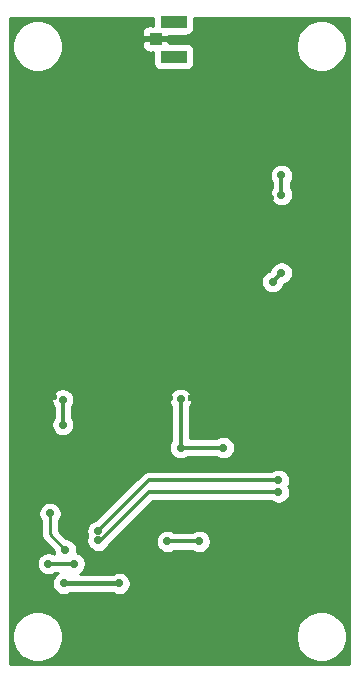
<source format=gbr>
G04 #@! TF.GenerationSoftware,KiCad,Pcbnew,(5.1.4)-1*
G04 #@! TF.CreationDate,2020-12-03T17:51:28+01:00*
G04 #@! TF.ProjectId,LoRa_Balloon,4c6f5261-5f42-4616-9c6c-6f6f6e2e6b69,2*
G04 #@! TF.SameCoordinates,Original*
G04 #@! TF.FileFunction,Copper,L2,Bot*
G04 #@! TF.FilePolarity,Positive*
%FSLAX46Y46*%
G04 Gerber Fmt 4.6, Leading zero omitted, Abs format (unit mm)*
G04 Created by KiCad (PCBNEW (5.1.4)-1) date 2020-12-03 17:51:28*
%MOMM*%
%LPD*%
G04 APERTURE LIST*
%ADD10C,0.600000*%
%ADD11R,1.050000X1.050000*%
%ADD12R,2.200000X1.050000*%
%ADD13C,0.700000*%
%ADD14C,0.400000*%
%ADD15C,0.300000*%
%ADD16C,0.250000*%
%ADD17C,0.254000*%
G04 APERTURE END LIST*
D10*
X212110000Y-145570000D03*
X212130000Y-142660000D03*
X209200000Y-145860000D03*
X207020000Y-147490000D03*
D11*
X198775000Y-105265000D03*
D12*
X200300000Y-103815000D03*
X200300000Y-106765000D03*
D10*
X206890620Y-154251660D03*
X202824080Y-154424380D03*
X203174600Y-125311320D03*
X199758300Y-138976100D03*
X195656200Y-139712700D03*
X203822300Y-113411000D03*
X205651100Y-113830100D03*
X193332100Y-133540500D03*
X193981700Y-155282900D03*
X198981700Y-155282900D03*
X200482200Y-154787600D03*
X192481200Y-154787600D03*
X189738000Y-153028220D03*
X207020000Y-149440000D03*
X195580000Y-148717000D03*
X197180200Y-148717000D03*
X204702840Y-122999000D03*
X204702840Y-122119000D03*
X203616560Y-118047080D03*
X203616560Y-117167080D03*
X205958440Y-133662420D03*
X209936080Y-133118860D03*
X210365340Y-130456940D03*
X206875380Y-130886200D03*
X207474820Y-128198880D03*
X204442060Y-127596900D03*
X210479640Y-128282700D03*
X208061560Y-112367060D03*
X210695540Y-112798860D03*
X209943700Y-115171220D03*
X211236560Y-117363240D03*
X210771740Y-121681240D03*
X210850480Y-124045980D03*
X192836800Y-122293380D03*
X190870840Y-121815860D03*
X190652400Y-116522500D03*
X192659000Y-117614700D03*
X193192400Y-113304320D03*
X193065400Y-120992900D03*
X192283080Y-114846100D03*
X191643000Y-119049800D03*
X191267080Y-112595660D03*
X200017380Y-135638540D03*
X201747120Y-135651240D03*
X202793600Y-135648700D03*
X206387700Y-135636000D03*
X205272640Y-135641080D03*
X207462120Y-135641080D03*
X208577180Y-135636000D03*
X210502500Y-135597900D03*
X211617560Y-135592820D03*
X212707220Y-135608060D03*
X212702140Y-134493000D03*
X212742780Y-127957580D03*
X212737700Y-131267200D03*
X212742780Y-130169920D03*
X212725000Y-132354320D03*
X212707220Y-133395720D03*
X212737700Y-129054860D03*
X209252820Y-109634020D03*
X212562440Y-109639100D03*
X211465160Y-109634020D03*
X212745320Y-126875540D03*
X210350100Y-109639100D03*
X213751160Y-109631480D03*
X212737700Y-125161040D03*
X212730080Y-123837700D03*
X203647040Y-109636560D03*
X202549760Y-109631480D03*
X200337420Y-109631480D03*
X201434700Y-109636560D03*
X204835760Y-109628940D03*
X205933040Y-109634020D03*
X207048100Y-109628940D03*
X208145380Y-109634020D03*
X212737700Y-117535960D03*
X212737700Y-122555000D03*
X212737700Y-119748300D03*
X212737700Y-121203720D03*
X212732620Y-118633240D03*
X212768180Y-113195100D03*
X212773260Y-112097820D03*
X212768180Y-115407440D03*
X212773260Y-114310160D03*
X212755480Y-116494560D03*
X196748400Y-134848600D03*
X195879720Y-135638540D03*
X190195200Y-135597900D03*
X189268100Y-135605520D03*
X189268100Y-133385560D03*
X189263020Y-134482840D03*
X189293500Y-113235740D03*
X189298580Y-112138460D03*
X189257940Y-128203960D03*
X189255400Y-125773180D03*
X189250320Y-124658120D03*
X189265560Y-127177800D03*
X189255400Y-123560840D03*
X189260480Y-120279160D03*
X189265560Y-119181880D03*
X189260480Y-122491500D03*
X189265560Y-121394220D03*
X189283340Y-114785140D03*
X189278260Y-115882420D03*
X189278260Y-118094760D03*
X189283340Y-116997480D03*
X189344300Y-109639100D03*
X190441580Y-109644180D03*
X191556640Y-109639100D03*
X192653920Y-109644180D03*
X193842640Y-109636560D03*
X194939920Y-109641640D03*
X196054980Y-109636560D03*
X199245220Y-109631480D03*
X197152260Y-109641640D03*
X197054870Y-130778270D03*
X195992370Y-130778270D03*
X197054870Y-128653270D03*
X195992370Y-129715770D03*
X195992370Y-128653270D03*
X197054870Y-129715770D03*
X198117370Y-128653270D03*
X198117370Y-129715770D03*
X198117370Y-130778270D03*
X199179870Y-130778270D03*
X199179870Y-129715770D03*
X199179870Y-128653270D03*
X199179870Y-127590770D03*
X198117370Y-127590770D03*
X197054870Y-127590770D03*
X195992370Y-127590770D03*
X198368920Y-124891800D03*
X198546720Y-123906280D03*
X199555100Y-123758960D03*
X200573640Y-123873260D03*
X201622660Y-123842780D03*
X204716380Y-124167900D03*
X206524860Y-123715780D03*
X207459580Y-123642120D03*
X207789780Y-122534680D03*
X207782160Y-121488200D03*
X207774540Y-120449340D03*
X208549240Y-119755920D03*
X208549240Y-118709440D03*
X207782160Y-118008400D03*
X207751680Y-116992400D03*
X203730860Y-115996720D03*
X200710800Y-115379500D03*
X199773540Y-114449860D03*
X201658220Y-116334540D03*
X200266300Y-116415820D03*
X198709280Y-118102380D03*
X199712580Y-118407180D03*
X199674480Y-119212360D03*
X201117200Y-118440200D03*
X202366880Y-119253000D03*
X203606400Y-119380000D03*
X204853540Y-119225060D03*
X206870300Y-116438680D03*
X205823820Y-118851680D03*
X205729840Y-119893080D03*
X205694280Y-120937020D03*
X204541120Y-120959880D03*
X203474320Y-120929400D03*
X202841860Y-121884440D03*
X201843640Y-121795540D03*
X200832720Y-121780300D03*
X200134220Y-121036080D03*
X199110600Y-121020840D03*
X197708520Y-121378980D03*
X198577200Y-121884440D03*
X197299580Y-122306080D03*
X197317360Y-120454420D03*
X197309740Y-119438420D03*
X197312280Y-118407180D03*
X197853300Y-117528340D03*
X197843140Y-116474240D03*
X197672960Y-115478560D03*
X194751960Y-122349260D03*
X195254880Y-121470420D03*
X195239640Y-120467120D03*
X194774820Y-119545100D03*
X194457320Y-118587520D03*
X194746880Y-117614700D03*
X194749420Y-116598700D03*
X194477640Y-115608100D03*
X194713860Y-114632740D03*
X195712080Y-114457480D03*
X196639180Y-114043460D03*
D13*
X200883520Y-139873140D03*
X195679060Y-151367440D03*
X190980060Y-151363680D03*
X204515720Y-139875260D03*
X200883520Y-135788400D03*
X208681320Y-125826520D03*
X189831389Y-145430240D03*
X191137540Y-148523960D03*
X190914020Y-135813800D03*
X190919100Y-137916920D03*
X209428080Y-125079760D03*
X209428080Y-118468140D03*
X209428080Y-116817140D03*
X202473560Y-147807680D03*
X199763380Y-147807680D03*
X193900000Y-146922340D03*
X209170000Y-142630000D03*
X193900000Y-147722340D03*
X209170000Y-143630000D03*
X189689740Y-149699980D03*
X191881760Y-149702520D03*
D14*
X190983820Y-151367440D02*
X190980060Y-151363680D01*
X195679060Y-151367440D02*
X190983820Y-151367440D01*
D15*
X200883520Y-135788400D02*
X200883520Y-139873140D01*
X203974700Y-139873140D02*
X204515720Y-139875260D01*
X200883520Y-139873140D02*
X203974700Y-139873140D01*
X190919100Y-137916920D02*
X190919100Y-135818880D01*
D16*
X190919100Y-135818880D02*
X190914020Y-135813800D01*
X189831389Y-147217809D02*
X191137540Y-148523960D01*
X189831389Y-145430240D02*
X189831389Y-147217809D01*
D15*
X208681320Y-125826520D02*
X209428080Y-125079760D01*
X209428080Y-118468140D02*
X209428080Y-116817140D01*
X202473560Y-147807680D02*
X199763380Y-147807680D01*
X198192340Y-142630000D02*
X193900000Y-146922340D01*
X209170000Y-142630000D02*
X198192340Y-142630000D01*
X208675026Y-143630000D02*
X209170000Y-143630000D01*
X198228342Y-143630000D02*
X208675026Y-143630000D01*
X194136002Y-147722340D02*
X198228342Y-143630000D01*
X193900000Y-147722340D02*
X194136002Y-147722340D01*
X189692280Y-149702520D02*
X189689740Y-149699980D01*
X191881760Y-149702520D02*
X189692280Y-149702520D01*
D17*
G36*
X198561928Y-104177678D02*
G01*
X198489250Y-104105000D01*
X198250000Y-104101928D01*
X198125518Y-104114188D01*
X198005820Y-104150498D01*
X197895506Y-104209463D01*
X197798815Y-104288815D01*
X197719463Y-104385506D01*
X197660498Y-104495820D01*
X197624188Y-104615518D01*
X197611928Y-104740000D01*
X197615000Y-104979250D01*
X197773750Y-105138000D01*
X198648000Y-105138000D01*
X198648000Y-105118000D01*
X198902000Y-105118000D01*
X198902000Y-105138000D01*
X199776250Y-105138000D01*
X199935000Y-104979250D01*
X199935015Y-104978072D01*
X201400000Y-104978072D01*
X201524482Y-104965812D01*
X201644180Y-104929502D01*
X201754494Y-104870537D01*
X201851185Y-104791185D01*
X201930537Y-104694494D01*
X201989502Y-104584180D01*
X202025812Y-104464482D01*
X202038072Y-104340000D01*
X202038072Y-103530800D01*
X215130400Y-103530800D01*
X215130401Y-158210800D01*
X186450400Y-158210800D01*
X186450400Y-155657123D01*
X186620897Y-155657123D01*
X186620897Y-156084477D01*
X186704270Y-156503621D01*
X186867812Y-156898445D01*
X187105237Y-157253777D01*
X187407423Y-157555963D01*
X187762755Y-157793388D01*
X188157579Y-157956930D01*
X188576723Y-158040303D01*
X189004077Y-158040303D01*
X189423221Y-157956930D01*
X189818045Y-157793388D01*
X190173377Y-157555963D01*
X190475563Y-157253777D01*
X190712988Y-156898445D01*
X190876530Y-156503621D01*
X190959903Y-156084477D01*
X190959903Y-155657123D01*
X210620897Y-155657123D01*
X210620897Y-156084477D01*
X210704270Y-156503621D01*
X210867812Y-156898445D01*
X211105237Y-157253777D01*
X211407423Y-157555963D01*
X211762755Y-157793388D01*
X212157579Y-157956930D01*
X212576723Y-158040303D01*
X213004077Y-158040303D01*
X213423221Y-157956930D01*
X213818045Y-157793388D01*
X214173377Y-157555963D01*
X214475563Y-157253777D01*
X214712988Y-156898445D01*
X214876530Y-156503621D01*
X214959903Y-156084477D01*
X214959903Y-155657123D01*
X214876530Y-155237979D01*
X214712988Y-154843155D01*
X214475563Y-154487823D01*
X214173377Y-154185637D01*
X213818045Y-153948212D01*
X213423221Y-153784670D01*
X213004077Y-153701297D01*
X212576723Y-153701297D01*
X212157579Y-153784670D01*
X211762755Y-153948212D01*
X211407423Y-154185637D01*
X211105237Y-154487823D01*
X210867812Y-154843155D01*
X210704270Y-155237979D01*
X210620897Y-155657123D01*
X190959903Y-155657123D01*
X190876530Y-155237979D01*
X190712988Y-154843155D01*
X190475563Y-154487823D01*
X190173377Y-154185637D01*
X189818045Y-153948212D01*
X189423221Y-153784670D01*
X189004077Y-153701297D01*
X188576723Y-153701297D01*
X188157579Y-153784670D01*
X187762755Y-153948212D01*
X187407423Y-154185637D01*
X187105237Y-154487823D01*
X186867812Y-154843155D01*
X186704270Y-155237979D01*
X186620897Y-155657123D01*
X186450400Y-155657123D01*
X186450400Y-149602966D01*
X188704740Y-149602966D01*
X188704740Y-149796994D01*
X188742593Y-149987294D01*
X188816844Y-150166552D01*
X188924641Y-150327881D01*
X189061839Y-150465079D01*
X189223168Y-150572876D01*
X189402426Y-150647127D01*
X189592726Y-150684980D01*
X189786754Y-150684980D01*
X189977054Y-150647127D01*
X190156312Y-150572876D01*
X190284056Y-150487520D01*
X190521368Y-150487520D01*
X190513488Y-150490784D01*
X190352159Y-150598581D01*
X190214961Y-150735779D01*
X190107164Y-150897108D01*
X190032913Y-151076366D01*
X189995060Y-151266666D01*
X189995060Y-151460694D01*
X190032913Y-151650994D01*
X190107164Y-151830252D01*
X190214961Y-151991581D01*
X190352159Y-152128779D01*
X190513488Y-152236576D01*
X190692746Y-152310827D01*
X190883046Y-152348680D01*
X191077074Y-152348680D01*
X191267374Y-152310827D01*
X191446632Y-152236576D01*
X191497720Y-152202440D01*
X195155773Y-152202440D01*
X195212488Y-152240336D01*
X195391746Y-152314587D01*
X195582046Y-152352440D01*
X195776074Y-152352440D01*
X195966374Y-152314587D01*
X196145632Y-152240336D01*
X196306961Y-152132539D01*
X196444159Y-151995341D01*
X196551956Y-151834012D01*
X196626207Y-151654754D01*
X196664060Y-151464454D01*
X196664060Y-151270426D01*
X196626207Y-151080126D01*
X196551956Y-150900868D01*
X196444159Y-150739539D01*
X196306961Y-150602341D01*
X196145632Y-150494544D01*
X195966374Y-150420293D01*
X195776074Y-150382440D01*
X195582046Y-150382440D01*
X195391746Y-150420293D01*
X195212488Y-150494544D01*
X195155773Y-150532440D01*
X192412650Y-150532440D01*
X192509661Y-150467619D01*
X192646859Y-150330421D01*
X192754656Y-150169092D01*
X192828907Y-149989834D01*
X192866760Y-149799534D01*
X192866760Y-149605506D01*
X192828907Y-149415206D01*
X192754656Y-149235948D01*
X192646859Y-149074619D01*
X192509661Y-148937421D01*
X192348332Y-148829624D01*
X192169074Y-148755373D01*
X192098595Y-148741354D01*
X192122540Y-148620974D01*
X192122540Y-148426946D01*
X192084687Y-148236646D01*
X192010436Y-148057388D01*
X191902639Y-147896059D01*
X191765441Y-147758861D01*
X191604112Y-147651064D01*
X191424854Y-147576813D01*
X191234554Y-147538960D01*
X191227342Y-147538960D01*
X190591389Y-146903008D01*
X190591389Y-146825326D01*
X192915000Y-146825326D01*
X192915000Y-147019354D01*
X192952853Y-147209654D01*
X192999529Y-147322340D01*
X192952853Y-147435026D01*
X192915000Y-147625326D01*
X192915000Y-147819354D01*
X192952853Y-148009654D01*
X193027104Y-148188912D01*
X193134901Y-148350241D01*
X193272099Y-148487439D01*
X193433428Y-148595236D01*
X193612686Y-148669487D01*
X193802986Y-148707340D01*
X193997014Y-148707340D01*
X194187314Y-148669487D01*
X194366572Y-148595236D01*
X194527901Y-148487439D01*
X194665099Y-148350241D01*
X194759422Y-148209077D01*
X195257833Y-147710666D01*
X198778380Y-147710666D01*
X198778380Y-147904694D01*
X198816233Y-148094994D01*
X198890484Y-148274252D01*
X198998281Y-148435581D01*
X199135479Y-148572779D01*
X199296808Y-148680576D01*
X199476066Y-148754827D01*
X199666366Y-148792680D01*
X199860394Y-148792680D01*
X200050694Y-148754827D01*
X200229952Y-148680576D01*
X200361497Y-148592680D01*
X201875443Y-148592680D01*
X202006988Y-148680576D01*
X202186246Y-148754827D01*
X202376546Y-148792680D01*
X202570574Y-148792680D01*
X202760874Y-148754827D01*
X202940132Y-148680576D01*
X203101461Y-148572779D01*
X203238659Y-148435581D01*
X203346456Y-148274252D01*
X203420707Y-148094994D01*
X203458560Y-147904694D01*
X203458560Y-147710666D01*
X203420707Y-147520366D01*
X203346456Y-147341108D01*
X203238659Y-147179779D01*
X203101461Y-147042581D01*
X202940132Y-146934784D01*
X202760874Y-146860533D01*
X202570574Y-146822680D01*
X202376546Y-146822680D01*
X202186246Y-146860533D01*
X202006988Y-146934784D01*
X201875443Y-147022680D01*
X200361497Y-147022680D01*
X200229952Y-146934784D01*
X200050694Y-146860533D01*
X199860394Y-146822680D01*
X199666366Y-146822680D01*
X199476066Y-146860533D01*
X199296808Y-146934784D01*
X199135479Y-147042581D01*
X198998281Y-147179779D01*
X198890484Y-147341108D01*
X198816233Y-147520366D01*
X198778380Y-147710666D01*
X195257833Y-147710666D01*
X198553499Y-144415000D01*
X208571883Y-144415000D01*
X208703428Y-144502896D01*
X208882686Y-144577147D01*
X209072986Y-144615000D01*
X209267014Y-144615000D01*
X209457314Y-144577147D01*
X209636572Y-144502896D01*
X209797901Y-144395099D01*
X209935099Y-144257901D01*
X210042896Y-144096572D01*
X210117147Y-143917314D01*
X210155000Y-143727014D01*
X210155000Y-143532986D01*
X210117147Y-143342686D01*
X210042896Y-143163428D01*
X210020560Y-143130000D01*
X210042896Y-143096572D01*
X210117147Y-142917314D01*
X210155000Y-142727014D01*
X210155000Y-142532986D01*
X210117147Y-142342686D01*
X210042896Y-142163428D01*
X209935099Y-142002099D01*
X209797901Y-141864901D01*
X209636572Y-141757104D01*
X209457314Y-141682853D01*
X209267014Y-141645000D01*
X209072986Y-141645000D01*
X208882686Y-141682853D01*
X208703428Y-141757104D01*
X208571883Y-141845000D01*
X198230892Y-141845000D01*
X198192339Y-141841203D01*
X198153786Y-141845000D01*
X198153779Y-141845000D01*
X198052830Y-141854943D01*
X198038452Y-141856359D01*
X198010294Y-141864901D01*
X197890480Y-141901246D01*
X197754107Y-141974138D01*
X197720037Y-142002099D01*
X197664527Y-142047655D01*
X197664524Y-142047658D01*
X197634576Y-142072236D01*
X197609998Y-142102184D01*
X193767855Y-145944328D01*
X193612686Y-145975193D01*
X193433428Y-146049444D01*
X193272099Y-146157241D01*
X193134901Y-146294439D01*
X193027104Y-146455768D01*
X192952853Y-146635026D01*
X192915000Y-146825326D01*
X190591389Y-146825326D01*
X190591389Y-146063240D01*
X190596488Y-146058141D01*
X190704285Y-145896812D01*
X190778536Y-145717554D01*
X190816389Y-145527254D01*
X190816389Y-145333226D01*
X190778536Y-145142926D01*
X190704285Y-144963668D01*
X190596488Y-144802339D01*
X190459290Y-144665141D01*
X190297961Y-144557344D01*
X190118703Y-144483093D01*
X189928403Y-144445240D01*
X189734375Y-144445240D01*
X189544075Y-144483093D01*
X189364817Y-144557344D01*
X189203488Y-144665141D01*
X189066290Y-144802339D01*
X188958493Y-144963668D01*
X188884242Y-145142926D01*
X188846389Y-145333226D01*
X188846389Y-145527254D01*
X188884242Y-145717554D01*
X188958493Y-145896812D01*
X189066290Y-146058141D01*
X189071389Y-146063240D01*
X189071390Y-147180477D01*
X189067713Y-147217809D01*
X189071390Y-147255142D01*
X189082387Y-147366795D01*
X189089096Y-147388912D01*
X189125843Y-147510055D01*
X189196415Y-147642085D01*
X189267590Y-147728811D01*
X189291389Y-147757810D01*
X189320387Y-147781608D01*
X190152540Y-148613762D01*
X190152540Y-148620974D01*
X190190393Y-148811274D01*
X190212490Y-148864621D01*
X190156312Y-148827084D01*
X189977054Y-148752833D01*
X189786754Y-148714980D01*
X189592726Y-148714980D01*
X189402426Y-148752833D01*
X189223168Y-148827084D01*
X189061839Y-148934881D01*
X188924641Y-149072079D01*
X188816844Y-149233408D01*
X188742593Y-149412666D01*
X188704740Y-149602966D01*
X186450400Y-149602966D01*
X186450400Y-135716786D01*
X189929020Y-135716786D01*
X189929020Y-135910814D01*
X189966873Y-136101114D01*
X190041124Y-136280372D01*
X190134101Y-136419521D01*
X190134100Y-137318802D01*
X190046204Y-137450348D01*
X189971953Y-137629606D01*
X189934100Y-137819906D01*
X189934100Y-138013934D01*
X189971953Y-138204234D01*
X190046204Y-138383492D01*
X190154001Y-138544821D01*
X190291199Y-138682019D01*
X190452528Y-138789816D01*
X190631786Y-138864067D01*
X190822086Y-138901920D01*
X191016114Y-138901920D01*
X191206414Y-138864067D01*
X191385672Y-138789816D01*
X191547001Y-138682019D01*
X191684199Y-138544821D01*
X191791996Y-138383492D01*
X191866247Y-138204234D01*
X191904100Y-138013934D01*
X191904100Y-137819906D01*
X191866247Y-137629606D01*
X191791996Y-137450348D01*
X191704100Y-137318803D01*
X191704100Y-136404314D01*
X191786916Y-136280372D01*
X191861167Y-136101114D01*
X191899020Y-135910814D01*
X191899020Y-135716786D01*
X191893968Y-135691386D01*
X199898520Y-135691386D01*
X199898520Y-135885414D01*
X199936373Y-136075714D01*
X200010624Y-136254972D01*
X200098520Y-136386517D01*
X200098521Y-139275022D01*
X200010624Y-139406568D01*
X199936373Y-139585826D01*
X199898520Y-139776126D01*
X199898520Y-139970154D01*
X199936373Y-140160454D01*
X200010624Y-140339712D01*
X200118421Y-140501041D01*
X200255619Y-140638239D01*
X200416948Y-140746036D01*
X200596206Y-140820287D01*
X200786506Y-140858140D01*
X200980534Y-140858140D01*
X201170834Y-140820287D01*
X201350092Y-140746036D01*
X201481637Y-140658140D01*
X203914430Y-140658140D01*
X204049148Y-140748156D01*
X204228406Y-140822407D01*
X204418706Y-140860260D01*
X204612734Y-140860260D01*
X204803034Y-140822407D01*
X204982292Y-140748156D01*
X205143621Y-140640359D01*
X205280819Y-140503161D01*
X205388616Y-140341832D01*
X205462867Y-140162574D01*
X205500720Y-139972274D01*
X205500720Y-139778246D01*
X205462867Y-139587946D01*
X205388616Y-139408688D01*
X205280819Y-139247359D01*
X205143621Y-139110161D01*
X204982292Y-139002364D01*
X204803034Y-138928113D01*
X204612734Y-138890260D01*
X204418706Y-138890260D01*
X204228406Y-138928113D01*
X204049148Y-139002364D01*
X203920776Y-139088140D01*
X201668520Y-139088140D01*
X201668520Y-136386517D01*
X201756416Y-136254972D01*
X201830667Y-136075714D01*
X201868520Y-135885414D01*
X201868520Y-135691386D01*
X201830667Y-135501086D01*
X201756416Y-135321828D01*
X201648619Y-135160499D01*
X201511421Y-135023301D01*
X201350092Y-134915504D01*
X201170834Y-134841253D01*
X200980534Y-134803400D01*
X200786506Y-134803400D01*
X200596206Y-134841253D01*
X200416948Y-134915504D01*
X200255619Y-135023301D01*
X200118421Y-135160499D01*
X200010624Y-135321828D01*
X199936373Y-135501086D01*
X199898520Y-135691386D01*
X191893968Y-135691386D01*
X191861167Y-135526486D01*
X191786916Y-135347228D01*
X191679119Y-135185899D01*
X191541921Y-135048701D01*
X191380592Y-134940904D01*
X191201334Y-134866653D01*
X191011034Y-134828800D01*
X190817006Y-134828800D01*
X190626706Y-134866653D01*
X190447448Y-134940904D01*
X190286119Y-135048701D01*
X190148921Y-135185899D01*
X190041124Y-135347228D01*
X189966873Y-135526486D01*
X189929020Y-135716786D01*
X186450400Y-135716786D01*
X186450400Y-125729506D01*
X207696320Y-125729506D01*
X207696320Y-125923534D01*
X207734173Y-126113834D01*
X207808424Y-126293092D01*
X207916221Y-126454421D01*
X208053419Y-126591619D01*
X208214748Y-126699416D01*
X208394006Y-126773667D01*
X208584306Y-126811520D01*
X208778334Y-126811520D01*
X208968634Y-126773667D01*
X209147892Y-126699416D01*
X209309221Y-126591619D01*
X209446419Y-126454421D01*
X209554216Y-126293092D01*
X209628467Y-126113834D01*
X209642889Y-126041329D01*
X209715394Y-126026907D01*
X209894652Y-125952656D01*
X210055981Y-125844859D01*
X210193179Y-125707661D01*
X210300976Y-125546332D01*
X210375227Y-125367074D01*
X210413080Y-125176774D01*
X210413080Y-124982746D01*
X210375227Y-124792446D01*
X210300976Y-124613188D01*
X210193179Y-124451859D01*
X210055981Y-124314661D01*
X209894652Y-124206864D01*
X209715394Y-124132613D01*
X209525094Y-124094760D01*
X209331066Y-124094760D01*
X209140766Y-124132613D01*
X208961508Y-124206864D01*
X208800179Y-124314661D01*
X208662981Y-124451859D01*
X208555184Y-124613188D01*
X208480933Y-124792446D01*
X208466511Y-124864951D01*
X208394006Y-124879373D01*
X208214748Y-124953624D01*
X208053419Y-125061421D01*
X207916221Y-125198619D01*
X207808424Y-125359948D01*
X207734173Y-125539206D01*
X207696320Y-125729506D01*
X186450400Y-125729506D01*
X186450400Y-116720126D01*
X208443080Y-116720126D01*
X208443080Y-116914154D01*
X208480933Y-117104454D01*
X208555184Y-117283712D01*
X208643081Y-117415258D01*
X208643080Y-117870022D01*
X208555184Y-118001568D01*
X208480933Y-118180826D01*
X208443080Y-118371126D01*
X208443080Y-118565154D01*
X208480933Y-118755454D01*
X208555184Y-118934712D01*
X208662981Y-119096041D01*
X208800179Y-119233239D01*
X208961508Y-119341036D01*
X209140766Y-119415287D01*
X209331066Y-119453140D01*
X209525094Y-119453140D01*
X209715394Y-119415287D01*
X209894652Y-119341036D01*
X210055981Y-119233239D01*
X210193179Y-119096041D01*
X210300976Y-118934712D01*
X210375227Y-118755454D01*
X210413080Y-118565154D01*
X210413080Y-118371126D01*
X210375227Y-118180826D01*
X210300976Y-118001568D01*
X210213080Y-117870023D01*
X210213080Y-117415257D01*
X210300976Y-117283712D01*
X210375227Y-117104454D01*
X210413080Y-116914154D01*
X210413080Y-116720126D01*
X210375227Y-116529826D01*
X210300976Y-116350568D01*
X210193179Y-116189239D01*
X210055981Y-116052041D01*
X209894652Y-115944244D01*
X209715394Y-115869993D01*
X209525094Y-115832140D01*
X209331066Y-115832140D01*
X209140766Y-115869993D01*
X208961508Y-115944244D01*
X208800179Y-116052041D01*
X208662981Y-116189239D01*
X208555184Y-116350568D01*
X208480933Y-116529826D01*
X208443080Y-116720126D01*
X186450400Y-116720126D01*
X186450400Y-105657123D01*
X186620897Y-105657123D01*
X186620897Y-106084477D01*
X186704270Y-106503621D01*
X186867812Y-106898445D01*
X187105237Y-107253777D01*
X187407423Y-107555963D01*
X187762755Y-107793388D01*
X188157579Y-107956930D01*
X188576723Y-108040303D01*
X189004077Y-108040303D01*
X189423221Y-107956930D01*
X189818045Y-107793388D01*
X190173377Y-107555963D01*
X190475563Y-107253777D01*
X190712988Y-106898445D01*
X190876530Y-106503621D01*
X190959903Y-106084477D01*
X190959903Y-105790000D01*
X197611928Y-105790000D01*
X197624188Y-105914482D01*
X197660498Y-106034180D01*
X197719463Y-106144494D01*
X197798815Y-106241185D01*
X197895506Y-106320537D01*
X198005820Y-106379502D01*
X198125518Y-106415812D01*
X198250000Y-106428072D01*
X198489250Y-106425000D01*
X198561928Y-106352322D01*
X198561928Y-107290000D01*
X198574188Y-107414482D01*
X198610498Y-107534180D01*
X198669463Y-107644494D01*
X198748815Y-107741185D01*
X198845506Y-107820537D01*
X198955820Y-107879502D01*
X199075518Y-107915812D01*
X199200000Y-107928072D01*
X201400000Y-107928072D01*
X201524482Y-107915812D01*
X201644180Y-107879502D01*
X201754494Y-107820537D01*
X201851185Y-107741185D01*
X201930537Y-107644494D01*
X201989502Y-107534180D01*
X202025812Y-107414482D01*
X202038072Y-107290000D01*
X202038072Y-106240000D01*
X202025812Y-106115518D01*
X201989502Y-105995820D01*
X201930537Y-105885506D01*
X201851185Y-105788815D01*
X201754494Y-105709463D01*
X201656575Y-105657123D01*
X210620897Y-105657123D01*
X210620897Y-106084477D01*
X210704270Y-106503621D01*
X210867812Y-106898445D01*
X211105237Y-107253777D01*
X211407423Y-107555963D01*
X211762755Y-107793388D01*
X212157579Y-107956930D01*
X212576723Y-108040303D01*
X213004077Y-108040303D01*
X213423221Y-107956930D01*
X213818045Y-107793388D01*
X214173377Y-107555963D01*
X214475563Y-107253777D01*
X214712988Y-106898445D01*
X214876530Y-106503621D01*
X214959903Y-106084477D01*
X214959903Y-105657123D01*
X214876530Y-105237979D01*
X214712988Y-104843155D01*
X214475563Y-104487823D01*
X214173377Y-104185637D01*
X213818045Y-103948212D01*
X213423221Y-103784670D01*
X213004077Y-103701297D01*
X212576723Y-103701297D01*
X212157579Y-103784670D01*
X211762755Y-103948212D01*
X211407423Y-104185637D01*
X211105237Y-104487823D01*
X210867812Y-104843155D01*
X210704270Y-105237979D01*
X210620897Y-105657123D01*
X201656575Y-105657123D01*
X201644180Y-105650498D01*
X201524482Y-105614188D01*
X201400000Y-105601928D01*
X199935657Y-105601928D01*
X199935000Y-105550750D01*
X199776250Y-105392000D01*
X198902000Y-105392000D01*
X198902000Y-105412000D01*
X198648000Y-105412000D01*
X198648000Y-105392000D01*
X197773750Y-105392000D01*
X197615000Y-105550750D01*
X197611928Y-105790000D01*
X190959903Y-105790000D01*
X190959903Y-105657123D01*
X190876530Y-105237979D01*
X190712988Y-104843155D01*
X190475563Y-104487823D01*
X190173377Y-104185637D01*
X189818045Y-103948212D01*
X189423221Y-103784670D01*
X189004077Y-103701297D01*
X188576723Y-103701297D01*
X188157579Y-103784670D01*
X187762755Y-103948212D01*
X187407423Y-104185637D01*
X187105237Y-104487823D01*
X186867812Y-104843155D01*
X186704270Y-105237979D01*
X186620897Y-105657123D01*
X186450400Y-105657123D01*
X186450400Y-103530800D01*
X198561928Y-103530800D01*
X198561928Y-104177678D01*
X198561928Y-104177678D01*
G37*
X198561928Y-104177678D02*
X198489250Y-104105000D01*
X198250000Y-104101928D01*
X198125518Y-104114188D01*
X198005820Y-104150498D01*
X197895506Y-104209463D01*
X197798815Y-104288815D01*
X197719463Y-104385506D01*
X197660498Y-104495820D01*
X197624188Y-104615518D01*
X197611928Y-104740000D01*
X197615000Y-104979250D01*
X197773750Y-105138000D01*
X198648000Y-105138000D01*
X198648000Y-105118000D01*
X198902000Y-105118000D01*
X198902000Y-105138000D01*
X199776250Y-105138000D01*
X199935000Y-104979250D01*
X199935015Y-104978072D01*
X201400000Y-104978072D01*
X201524482Y-104965812D01*
X201644180Y-104929502D01*
X201754494Y-104870537D01*
X201851185Y-104791185D01*
X201930537Y-104694494D01*
X201989502Y-104584180D01*
X202025812Y-104464482D01*
X202038072Y-104340000D01*
X202038072Y-103530800D01*
X215130400Y-103530800D01*
X215130401Y-158210800D01*
X186450400Y-158210800D01*
X186450400Y-155657123D01*
X186620897Y-155657123D01*
X186620897Y-156084477D01*
X186704270Y-156503621D01*
X186867812Y-156898445D01*
X187105237Y-157253777D01*
X187407423Y-157555963D01*
X187762755Y-157793388D01*
X188157579Y-157956930D01*
X188576723Y-158040303D01*
X189004077Y-158040303D01*
X189423221Y-157956930D01*
X189818045Y-157793388D01*
X190173377Y-157555963D01*
X190475563Y-157253777D01*
X190712988Y-156898445D01*
X190876530Y-156503621D01*
X190959903Y-156084477D01*
X190959903Y-155657123D01*
X210620897Y-155657123D01*
X210620897Y-156084477D01*
X210704270Y-156503621D01*
X210867812Y-156898445D01*
X211105237Y-157253777D01*
X211407423Y-157555963D01*
X211762755Y-157793388D01*
X212157579Y-157956930D01*
X212576723Y-158040303D01*
X213004077Y-158040303D01*
X213423221Y-157956930D01*
X213818045Y-157793388D01*
X214173377Y-157555963D01*
X214475563Y-157253777D01*
X214712988Y-156898445D01*
X214876530Y-156503621D01*
X214959903Y-156084477D01*
X214959903Y-155657123D01*
X214876530Y-155237979D01*
X214712988Y-154843155D01*
X214475563Y-154487823D01*
X214173377Y-154185637D01*
X213818045Y-153948212D01*
X213423221Y-153784670D01*
X213004077Y-153701297D01*
X212576723Y-153701297D01*
X212157579Y-153784670D01*
X211762755Y-153948212D01*
X211407423Y-154185637D01*
X211105237Y-154487823D01*
X210867812Y-154843155D01*
X210704270Y-155237979D01*
X210620897Y-155657123D01*
X190959903Y-155657123D01*
X190876530Y-155237979D01*
X190712988Y-154843155D01*
X190475563Y-154487823D01*
X190173377Y-154185637D01*
X189818045Y-153948212D01*
X189423221Y-153784670D01*
X189004077Y-153701297D01*
X188576723Y-153701297D01*
X188157579Y-153784670D01*
X187762755Y-153948212D01*
X187407423Y-154185637D01*
X187105237Y-154487823D01*
X186867812Y-154843155D01*
X186704270Y-155237979D01*
X186620897Y-155657123D01*
X186450400Y-155657123D01*
X186450400Y-149602966D01*
X188704740Y-149602966D01*
X188704740Y-149796994D01*
X188742593Y-149987294D01*
X188816844Y-150166552D01*
X188924641Y-150327881D01*
X189061839Y-150465079D01*
X189223168Y-150572876D01*
X189402426Y-150647127D01*
X189592726Y-150684980D01*
X189786754Y-150684980D01*
X189977054Y-150647127D01*
X190156312Y-150572876D01*
X190284056Y-150487520D01*
X190521368Y-150487520D01*
X190513488Y-150490784D01*
X190352159Y-150598581D01*
X190214961Y-150735779D01*
X190107164Y-150897108D01*
X190032913Y-151076366D01*
X189995060Y-151266666D01*
X189995060Y-151460694D01*
X190032913Y-151650994D01*
X190107164Y-151830252D01*
X190214961Y-151991581D01*
X190352159Y-152128779D01*
X190513488Y-152236576D01*
X190692746Y-152310827D01*
X190883046Y-152348680D01*
X191077074Y-152348680D01*
X191267374Y-152310827D01*
X191446632Y-152236576D01*
X191497720Y-152202440D01*
X195155773Y-152202440D01*
X195212488Y-152240336D01*
X195391746Y-152314587D01*
X195582046Y-152352440D01*
X195776074Y-152352440D01*
X195966374Y-152314587D01*
X196145632Y-152240336D01*
X196306961Y-152132539D01*
X196444159Y-151995341D01*
X196551956Y-151834012D01*
X196626207Y-151654754D01*
X196664060Y-151464454D01*
X196664060Y-151270426D01*
X196626207Y-151080126D01*
X196551956Y-150900868D01*
X196444159Y-150739539D01*
X196306961Y-150602341D01*
X196145632Y-150494544D01*
X195966374Y-150420293D01*
X195776074Y-150382440D01*
X195582046Y-150382440D01*
X195391746Y-150420293D01*
X195212488Y-150494544D01*
X195155773Y-150532440D01*
X192412650Y-150532440D01*
X192509661Y-150467619D01*
X192646859Y-150330421D01*
X192754656Y-150169092D01*
X192828907Y-149989834D01*
X192866760Y-149799534D01*
X192866760Y-149605506D01*
X192828907Y-149415206D01*
X192754656Y-149235948D01*
X192646859Y-149074619D01*
X192509661Y-148937421D01*
X192348332Y-148829624D01*
X192169074Y-148755373D01*
X192098595Y-148741354D01*
X192122540Y-148620974D01*
X192122540Y-148426946D01*
X192084687Y-148236646D01*
X192010436Y-148057388D01*
X191902639Y-147896059D01*
X191765441Y-147758861D01*
X191604112Y-147651064D01*
X191424854Y-147576813D01*
X191234554Y-147538960D01*
X191227342Y-147538960D01*
X190591389Y-146903008D01*
X190591389Y-146825326D01*
X192915000Y-146825326D01*
X192915000Y-147019354D01*
X192952853Y-147209654D01*
X192999529Y-147322340D01*
X192952853Y-147435026D01*
X192915000Y-147625326D01*
X192915000Y-147819354D01*
X192952853Y-148009654D01*
X193027104Y-148188912D01*
X193134901Y-148350241D01*
X193272099Y-148487439D01*
X193433428Y-148595236D01*
X193612686Y-148669487D01*
X193802986Y-148707340D01*
X193997014Y-148707340D01*
X194187314Y-148669487D01*
X194366572Y-148595236D01*
X194527901Y-148487439D01*
X194665099Y-148350241D01*
X194759422Y-148209077D01*
X195257833Y-147710666D01*
X198778380Y-147710666D01*
X198778380Y-147904694D01*
X198816233Y-148094994D01*
X198890484Y-148274252D01*
X198998281Y-148435581D01*
X199135479Y-148572779D01*
X199296808Y-148680576D01*
X199476066Y-148754827D01*
X199666366Y-148792680D01*
X199860394Y-148792680D01*
X200050694Y-148754827D01*
X200229952Y-148680576D01*
X200361497Y-148592680D01*
X201875443Y-148592680D01*
X202006988Y-148680576D01*
X202186246Y-148754827D01*
X202376546Y-148792680D01*
X202570574Y-148792680D01*
X202760874Y-148754827D01*
X202940132Y-148680576D01*
X203101461Y-148572779D01*
X203238659Y-148435581D01*
X203346456Y-148274252D01*
X203420707Y-148094994D01*
X203458560Y-147904694D01*
X203458560Y-147710666D01*
X203420707Y-147520366D01*
X203346456Y-147341108D01*
X203238659Y-147179779D01*
X203101461Y-147042581D01*
X202940132Y-146934784D01*
X202760874Y-146860533D01*
X202570574Y-146822680D01*
X202376546Y-146822680D01*
X202186246Y-146860533D01*
X202006988Y-146934784D01*
X201875443Y-147022680D01*
X200361497Y-147022680D01*
X200229952Y-146934784D01*
X200050694Y-146860533D01*
X199860394Y-146822680D01*
X199666366Y-146822680D01*
X199476066Y-146860533D01*
X199296808Y-146934784D01*
X199135479Y-147042581D01*
X198998281Y-147179779D01*
X198890484Y-147341108D01*
X198816233Y-147520366D01*
X198778380Y-147710666D01*
X195257833Y-147710666D01*
X198553499Y-144415000D01*
X208571883Y-144415000D01*
X208703428Y-144502896D01*
X208882686Y-144577147D01*
X209072986Y-144615000D01*
X209267014Y-144615000D01*
X209457314Y-144577147D01*
X209636572Y-144502896D01*
X209797901Y-144395099D01*
X209935099Y-144257901D01*
X210042896Y-144096572D01*
X210117147Y-143917314D01*
X210155000Y-143727014D01*
X210155000Y-143532986D01*
X210117147Y-143342686D01*
X210042896Y-143163428D01*
X210020560Y-143130000D01*
X210042896Y-143096572D01*
X210117147Y-142917314D01*
X210155000Y-142727014D01*
X210155000Y-142532986D01*
X210117147Y-142342686D01*
X210042896Y-142163428D01*
X209935099Y-142002099D01*
X209797901Y-141864901D01*
X209636572Y-141757104D01*
X209457314Y-141682853D01*
X209267014Y-141645000D01*
X209072986Y-141645000D01*
X208882686Y-141682853D01*
X208703428Y-141757104D01*
X208571883Y-141845000D01*
X198230892Y-141845000D01*
X198192339Y-141841203D01*
X198153786Y-141845000D01*
X198153779Y-141845000D01*
X198052830Y-141854943D01*
X198038452Y-141856359D01*
X198010294Y-141864901D01*
X197890480Y-141901246D01*
X197754107Y-141974138D01*
X197720037Y-142002099D01*
X197664527Y-142047655D01*
X197664524Y-142047658D01*
X197634576Y-142072236D01*
X197609998Y-142102184D01*
X193767855Y-145944328D01*
X193612686Y-145975193D01*
X193433428Y-146049444D01*
X193272099Y-146157241D01*
X193134901Y-146294439D01*
X193027104Y-146455768D01*
X192952853Y-146635026D01*
X192915000Y-146825326D01*
X190591389Y-146825326D01*
X190591389Y-146063240D01*
X190596488Y-146058141D01*
X190704285Y-145896812D01*
X190778536Y-145717554D01*
X190816389Y-145527254D01*
X190816389Y-145333226D01*
X190778536Y-145142926D01*
X190704285Y-144963668D01*
X190596488Y-144802339D01*
X190459290Y-144665141D01*
X190297961Y-144557344D01*
X190118703Y-144483093D01*
X189928403Y-144445240D01*
X189734375Y-144445240D01*
X189544075Y-144483093D01*
X189364817Y-144557344D01*
X189203488Y-144665141D01*
X189066290Y-144802339D01*
X188958493Y-144963668D01*
X188884242Y-145142926D01*
X188846389Y-145333226D01*
X188846389Y-145527254D01*
X188884242Y-145717554D01*
X188958493Y-145896812D01*
X189066290Y-146058141D01*
X189071389Y-146063240D01*
X189071390Y-147180477D01*
X189067713Y-147217809D01*
X189071390Y-147255142D01*
X189082387Y-147366795D01*
X189089096Y-147388912D01*
X189125843Y-147510055D01*
X189196415Y-147642085D01*
X189267590Y-147728811D01*
X189291389Y-147757810D01*
X189320387Y-147781608D01*
X190152540Y-148613762D01*
X190152540Y-148620974D01*
X190190393Y-148811274D01*
X190212490Y-148864621D01*
X190156312Y-148827084D01*
X189977054Y-148752833D01*
X189786754Y-148714980D01*
X189592726Y-148714980D01*
X189402426Y-148752833D01*
X189223168Y-148827084D01*
X189061839Y-148934881D01*
X188924641Y-149072079D01*
X188816844Y-149233408D01*
X188742593Y-149412666D01*
X188704740Y-149602966D01*
X186450400Y-149602966D01*
X186450400Y-135716786D01*
X189929020Y-135716786D01*
X189929020Y-135910814D01*
X189966873Y-136101114D01*
X190041124Y-136280372D01*
X190134101Y-136419521D01*
X190134100Y-137318802D01*
X190046204Y-137450348D01*
X189971953Y-137629606D01*
X189934100Y-137819906D01*
X189934100Y-138013934D01*
X189971953Y-138204234D01*
X190046204Y-138383492D01*
X190154001Y-138544821D01*
X190291199Y-138682019D01*
X190452528Y-138789816D01*
X190631786Y-138864067D01*
X190822086Y-138901920D01*
X191016114Y-138901920D01*
X191206414Y-138864067D01*
X191385672Y-138789816D01*
X191547001Y-138682019D01*
X191684199Y-138544821D01*
X191791996Y-138383492D01*
X191866247Y-138204234D01*
X191904100Y-138013934D01*
X191904100Y-137819906D01*
X191866247Y-137629606D01*
X191791996Y-137450348D01*
X191704100Y-137318803D01*
X191704100Y-136404314D01*
X191786916Y-136280372D01*
X191861167Y-136101114D01*
X191899020Y-135910814D01*
X191899020Y-135716786D01*
X191893968Y-135691386D01*
X199898520Y-135691386D01*
X199898520Y-135885414D01*
X199936373Y-136075714D01*
X200010624Y-136254972D01*
X200098520Y-136386517D01*
X200098521Y-139275022D01*
X200010624Y-139406568D01*
X199936373Y-139585826D01*
X199898520Y-139776126D01*
X199898520Y-139970154D01*
X199936373Y-140160454D01*
X200010624Y-140339712D01*
X200118421Y-140501041D01*
X200255619Y-140638239D01*
X200416948Y-140746036D01*
X200596206Y-140820287D01*
X200786506Y-140858140D01*
X200980534Y-140858140D01*
X201170834Y-140820287D01*
X201350092Y-140746036D01*
X201481637Y-140658140D01*
X203914430Y-140658140D01*
X204049148Y-140748156D01*
X204228406Y-140822407D01*
X204418706Y-140860260D01*
X204612734Y-140860260D01*
X204803034Y-140822407D01*
X204982292Y-140748156D01*
X205143621Y-140640359D01*
X205280819Y-140503161D01*
X205388616Y-140341832D01*
X205462867Y-140162574D01*
X205500720Y-139972274D01*
X205500720Y-139778246D01*
X205462867Y-139587946D01*
X205388616Y-139408688D01*
X205280819Y-139247359D01*
X205143621Y-139110161D01*
X204982292Y-139002364D01*
X204803034Y-138928113D01*
X204612734Y-138890260D01*
X204418706Y-138890260D01*
X204228406Y-138928113D01*
X204049148Y-139002364D01*
X203920776Y-139088140D01*
X201668520Y-139088140D01*
X201668520Y-136386517D01*
X201756416Y-136254972D01*
X201830667Y-136075714D01*
X201868520Y-135885414D01*
X201868520Y-135691386D01*
X201830667Y-135501086D01*
X201756416Y-135321828D01*
X201648619Y-135160499D01*
X201511421Y-135023301D01*
X201350092Y-134915504D01*
X201170834Y-134841253D01*
X200980534Y-134803400D01*
X200786506Y-134803400D01*
X200596206Y-134841253D01*
X200416948Y-134915504D01*
X200255619Y-135023301D01*
X200118421Y-135160499D01*
X200010624Y-135321828D01*
X199936373Y-135501086D01*
X199898520Y-135691386D01*
X191893968Y-135691386D01*
X191861167Y-135526486D01*
X191786916Y-135347228D01*
X191679119Y-135185899D01*
X191541921Y-135048701D01*
X191380592Y-134940904D01*
X191201334Y-134866653D01*
X191011034Y-134828800D01*
X190817006Y-134828800D01*
X190626706Y-134866653D01*
X190447448Y-134940904D01*
X190286119Y-135048701D01*
X190148921Y-135185899D01*
X190041124Y-135347228D01*
X189966873Y-135526486D01*
X189929020Y-135716786D01*
X186450400Y-135716786D01*
X186450400Y-125729506D01*
X207696320Y-125729506D01*
X207696320Y-125923534D01*
X207734173Y-126113834D01*
X207808424Y-126293092D01*
X207916221Y-126454421D01*
X208053419Y-126591619D01*
X208214748Y-126699416D01*
X208394006Y-126773667D01*
X208584306Y-126811520D01*
X208778334Y-126811520D01*
X208968634Y-126773667D01*
X209147892Y-126699416D01*
X209309221Y-126591619D01*
X209446419Y-126454421D01*
X209554216Y-126293092D01*
X209628467Y-126113834D01*
X209642889Y-126041329D01*
X209715394Y-126026907D01*
X209894652Y-125952656D01*
X210055981Y-125844859D01*
X210193179Y-125707661D01*
X210300976Y-125546332D01*
X210375227Y-125367074D01*
X210413080Y-125176774D01*
X210413080Y-124982746D01*
X210375227Y-124792446D01*
X210300976Y-124613188D01*
X210193179Y-124451859D01*
X210055981Y-124314661D01*
X209894652Y-124206864D01*
X209715394Y-124132613D01*
X209525094Y-124094760D01*
X209331066Y-124094760D01*
X209140766Y-124132613D01*
X208961508Y-124206864D01*
X208800179Y-124314661D01*
X208662981Y-124451859D01*
X208555184Y-124613188D01*
X208480933Y-124792446D01*
X208466511Y-124864951D01*
X208394006Y-124879373D01*
X208214748Y-124953624D01*
X208053419Y-125061421D01*
X207916221Y-125198619D01*
X207808424Y-125359948D01*
X207734173Y-125539206D01*
X207696320Y-125729506D01*
X186450400Y-125729506D01*
X186450400Y-116720126D01*
X208443080Y-116720126D01*
X208443080Y-116914154D01*
X208480933Y-117104454D01*
X208555184Y-117283712D01*
X208643081Y-117415258D01*
X208643080Y-117870022D01*
X208555184Y-118001568D01*
X208480933Y-118180826D01*
X208443080Y-118371126D01*
X208443080Y-118565154D01*
X208480933Y-118755454D01*
X208555184Y-118934712D01*
X208662981Y-119096041D01*
X208800179Y-119233239D01*
X208961508Y-119341036D01*
X209140766Y-119415287D01*
X209331066Y-119453140D01*
X209525094Y-119453140D01*
X209715394Y-119415287D01*
X209894652Y-119341036D01*
X210055981Y-119233239D01*
X210193179Y-119096041D01*
X210300976Y-118934712D01*
X210375227Y-118755454D01*
X210413080Y-118565154D01*
X210413080Y-118371126D01*
X210375227Y-118180826D01*
X210300976Y-118001568D01*
X210213080Y-117870023D01*
X210213080Y-117415257D01*
X210300976Y-117283712D01*
X210375227Y-117104454D01*
X210413080Y-116914154D01*
X210413080Y-116720126D01*
X210375227Y-116529826D01*
X210300976Y-116350568D01*
X210193179Y-116189239D01*
X210055981Y-116052041D01*
X209894652Y-115944244D01*
X209715394Y-115869993D01*
X209525094Y-115832140D01*
X209331066Y-115832140D01*
X209140766Y-115869993D01*
X208961508Y-115944244D01*
X208800179Y-116052041D01*
X208662981Y-116189239D01*
X208555184Y-116350568D01*
X208480933Y-116529826D01*
X208443080Y-116720126D01*
X186450400Y-116720126D01*
X186450400Y-105657123D01*
X186620897Y-105657123D01*
X186620897Y-106084477D01*
X186704270Y-106503621D01*
X186867812Y-106898445D01*
X187105237Y-107253777D01*
X187407423Y-107555963D01*
X187762755Y-107793388D01*
X188157579Y-107956930D01*
X188576723Y-108040303D01*
X189004077Y-108040303D01*
X189423221Y-107956930D01*
X189818045Y-107793388D01*
X190173377Y-107555963D01*
X190475563Y-107253777D01*
X190712988Y-106898445D01*
X190876530Y-106503621D01*
X190959903Y-106084477D01*
X190959903Y-105790000D01*
X197611928Y-105790000D01*
X197624188Y-105914482D01*
X197660498Y-106034180D01*
X197719463Y-106144494D01*
X197798815Y-106241185D01*
X197895506Y-106320537D01*
X198005820Y-106379502D01*
X198125518Y-106415812D01*
X198250000Y-106428072D01*
X198489250Y-106425000D01*
X198561928Y-106352322D01*
X198561928Y-107290000D01*
X198574188Y-107414482D01*
X198610498Y-107534180D01*
X198669463Y-107644494D01*
X198748815Y-107741185D01*
X198845506Y-107820537D01*
X198955820Y-107879502D01*
X199075518Y-107915812D01*
X199200000Y-107928072D01*
X201400000Y-107928072D01*
X201524482Y-107915812D01*
X201644180Y-107879502D01*
X201754494Y-107820537D01*
X201851185Y-107741185D01*
X201930537Y-107644494D01*
X201989502Y-107534180D01*
X202025812Y-107414482D01*
X202038072Y-107290000D01*
X202038072Y-106240000D01*
X202025812Y-106115518D01*
X201989502Y-105995820D01*
X201930537Y-105885506D01*
X201851185Y-105788815D01*
X201754494Y-105709463D01*
X201656575Y-105657123D01*
X210620897Y-105657123D01*
X210620897Y-106084477D01*
X210704270Y-106503621D01*
X210867812Y-106898445D01*
X211105237Y-107253777D01*
X211407423Y-107555963D01*
X211762755Y-107793388D01*
X212157579Y-107956930D01*
X212576723Y-108040303D01*
X213004077Y-108040303D01*
X213423221Y-107956930D01*
X213818045Y-107793388D01*
X214173377Y-107555963D01*
X214475563Y-107253777D01*
X214712988Y-106898445D01*
X214876530Y-106503621D01*
X214959903Y-106084477D01*
X214959903Y-105657123D01*
X214876530Y-105237979D01*
X214712988Y-104843155D01*
X214475563Y-104487823D01*
X214173377Y-104185637D01*
X213818045Y-103948212D01*
X213423221Y-103784670D01*
X213004077Y-103701297D01*
X212576723Y-103701297D01*
X212157579Y-103784670D01*
X211762755Y-103948212D01*
X211407423Y-104185637D01*
X211105237Y-104487823D01*
X210867812Y-104843155D01*
X210704270Y-105237979D01*
X210620897Y-105657123D01*
X201656575Y-105657123D01*
X201644180Y-105650498D01*
X201524482Y-105614188D01*
X201400000Y-105601928D01*
X199935657Y-105601928D01*
X199935000Y-105550750D01*
X199776250Y-105392000D01*
X198902000Y-105392000D01*
X198902000Y-105412000D01*
X198648000Y-105412000D01*
X198648000Y-105392000D01*
X197773750Y-105392000D01*
X197615000Y-105550750D01*
X197611928Y-105790000D01*
X190959903Y-105790000D01*
X190959903Y-105657123D01*
X190876530Y-105237979D01*
X190712988Y-104843155D01*
X190475563Y-104487823D01*
X190173377Y-104185637D01*
X189818045Y-103948212D01*
X189423221Y-103784670D01*
X189004077Y-103701297D01*
X188576723Y-103701297D01*
X188157579Y-103784670D01*
X187762755Y-103948212D01*
X187407423Y-104185637D01*
X187105237Y-104487823D01*
X186867812Y-104843155D01*
X186704270Y-105237979D01*
X186620897Y-105657123D01*
X186450400Y-105657123D01*
X186450400Y-103530800D01*
X198561928Y-103530800D01*
X198561928Y-104177678D01*
M02*

</source>
